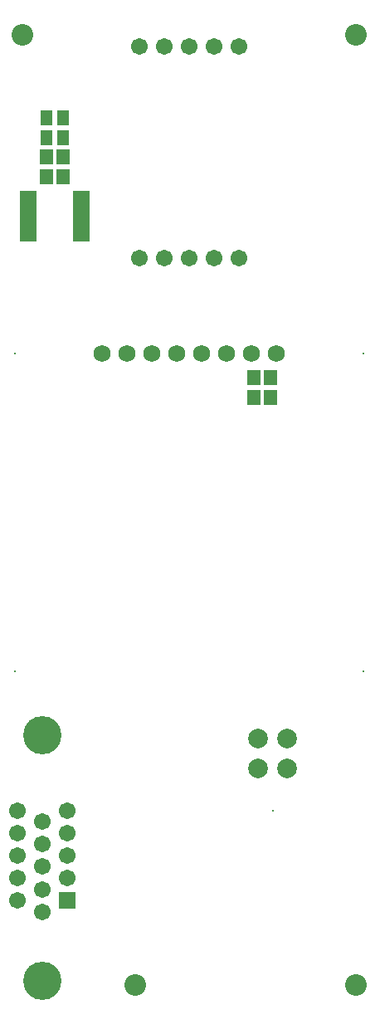
<source format=gbs>
G04 Layer_Color=16711935*
%FSAX24Y24*%
%MOIN*%
G70*
G01*
G75*
%ADD36C,0.1537*%
%ADD37C,0.0671*%
%ADD38R,0.0671X0.0671*%
%ADD39C,0.0789*%
%ADD40C,0.0080*%
%ADD41C,0.0680*%
%ADD42C,0.0867*%
%ADD43R,0.0552X0.0631*%
%ADD44R,0.0513X0.0631*%
%ADD45R,0.0685X0.0252*%
D36*
X021850Y015354D02*
D03*
Y025197D02*
D03*
D37*
X020850Y018571D02*
D03*
Y019472D02*
D03*
Y020374D02*
D03*
Y021276D02*
D03*
Y022177D02*
D03*
X021850Y019022D02*
D03*
Y019923D02*
D03*
Y020825D02*
D03*
Y021726D02*
D03*
Y018120D02*
D03*
X022850Y022177D02*
D03*
Y019472D02*
D03*
Y020374D02*
D03*
Y021276D02*
D03*
X025756Y052874D02*
D03*
X026756D02*
D03*
X027756D02*
D03*
X028756D02*
D03*
X029756D02*
D03*
Y044370D02*
D03*
X028756D02*
D03*
X027756D02*
D03*
X026756D02*
D03*
X025756D02*
D03*
D38*
X022850Y018571D02*
D03*
D39*
X030531Y025063D02*
D03*
X031683D02*
D03*
X031673Y023882D02*
D03*
X030522D02*
D03*
D40*
X031112Y022181D02*
D03*
X020768Y040551D02*
D03*
Y027756D02*
D03*
X034744Y040551D02*
D03*
Y027756D02*
D03*
D41*
X024256Y040551D02*
D03*
X025256D02*
D03*
X026256D02*
D03*
X027256D02*
D03*
X028256D02*
D03*
X029256D02*
D03*
X030256D02*
D03*
X031256D02*
D03*
D42*
X034449Y015157D02*
D03*
X034449Y053346D02*
D03*
X021063D02*
D03*
X025591Y015157D02*
D03*
D43*
X031020Y039580D02*
D03*
X030350D02*
D03*
X031020Y038780D02*
D03*
X030350D02*
D03*
X022685Y048425D02*
D03*
X022016D02*
D03*
X022685Y047638D02*
D03*
X022016D02*
D03*
D44*
X022006Y050000D02*
D03*
X022695D02*
D03*
X022695Y049213D02*
D03*
X022006D02*
D03*
D45*
X023423Y046945D02*
D03*
Y046693D02*
D03*
Y046441D02*
D03*
Y046189D02*
D03*
Y045937D02*
D03*
Y045685D02*
D03*
Y045433D02*
D03*
Y045181D02*
D03*
X021278Y046945D02*
D03*
Y046693D02*
D03*
Y046441D02*
D03*
Y046189D02*
D03*
Y045937D02*
D03*
Y045685D02*
D03*
Y045433D02*
D03*
Y045181D02*
D03*
M02*

</source>
